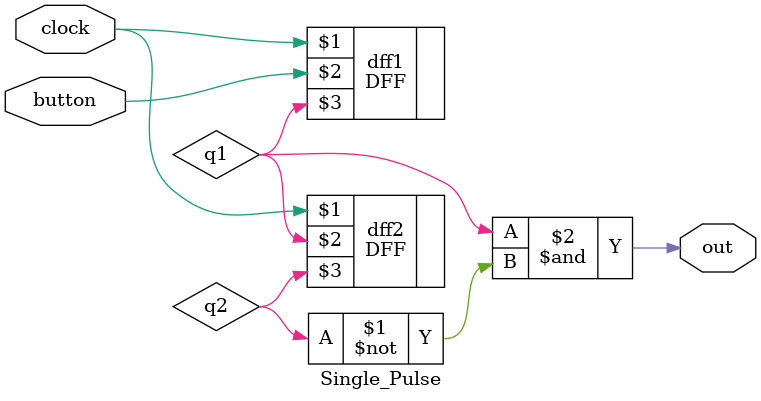
<source format=v>
`timescale 1ns / 1ps

module Single_Pulse(
    input clock,
    input button,
    output out
    );
    
    wire q1, q2;
    DFF dff1(clock, button, q1);
    DFF dff2(clock, q1, q2);
    
    assign out = q1 & ~q2;
endmodule

</source>
